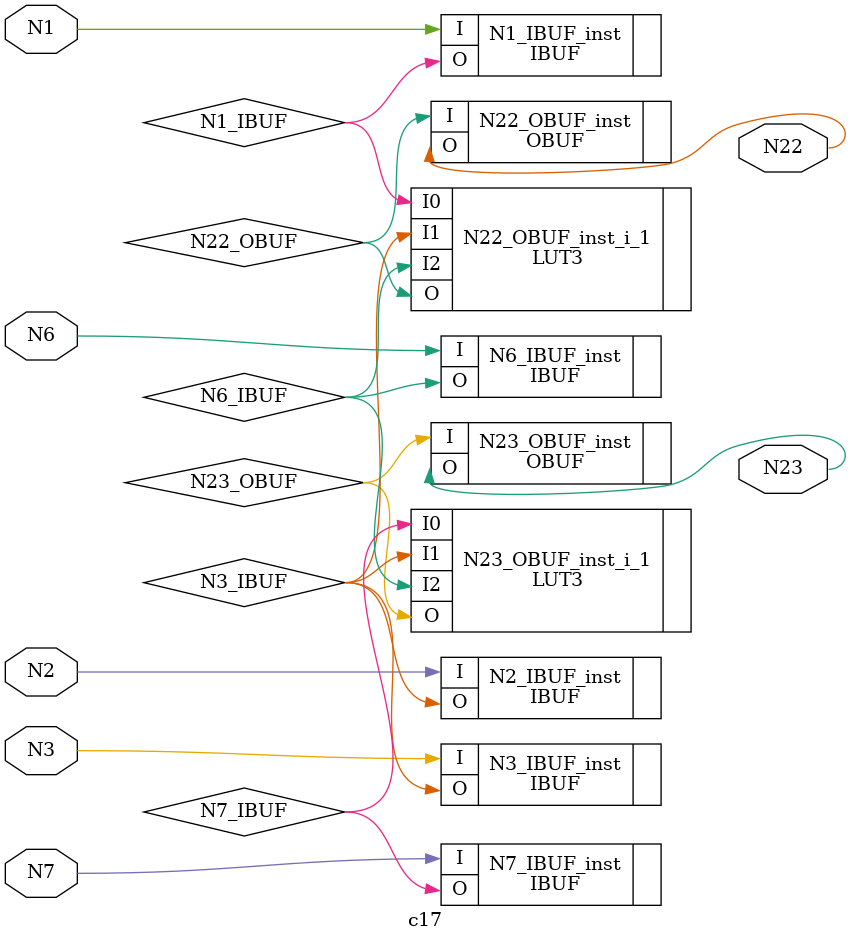
<source format=v>
`timescale 1 ps / 1 ps

(* STRUCTURAL_NETLIST = "yes" *)
module c17
   (N1,
    N2,
    N3,
    N6,
    N7,
    N22,
    N23);
  input N1;
  input N2;
  input N3;
  input N6;
  input N7;
  output N22;
  output N23;

  wire N1;
  wire N1_IBUF;
  wire N2;
  wire N22;
  wire N22_OBUF;
  wire N23;
  wire N23_OBUF;
  wire N3;
  wire N3_IBUF;
  wire N6;
  wire N6_IBUF;
  wire N7;
  wire N7_IBUF;

  IBUF N1_IBUF_inst
       (.I(N1),
        .O(N1_IBUF));
  OBUF N22_OBUF_inst
       (.I(N22_OBUF),
        .O(N22));
  LUT3 #(
    .INIT(8'h8C)) 
    N22_OBUF_inst_i_1
       (.I0(N1_IBUF),
        .I1(N3_IBUF),
        .I2(N6_IBUF),
        .O(N22_OBUF));
  OBUF N23_OBUF_inst
       (.I(N23_OBUF),
        .O(N23));
  LUT3 #(
    .INIT(8'h2E)) 
    N23_OBUF_inst_i_1
       (.I0(N7_IBUF),
        .I1(N3_IBUF),
        .I2(N6_IBUF),
        .O(N23_OBUF));
  IBUF N2_IBUF_inst
       (.I(N2),
        .O(N3_IBUF));
  IBUF N3_IBUF_inst
       (.I(N3),
        .O(N3_IBUF));
  IBUF N6_IBUF_inst
       (.I(N6),
        .O(N6_IBUF));
  IBUF N7_IBUF_inst
       (.I(N7),
        .O(N7_IBUF));
endmodule

</source>
